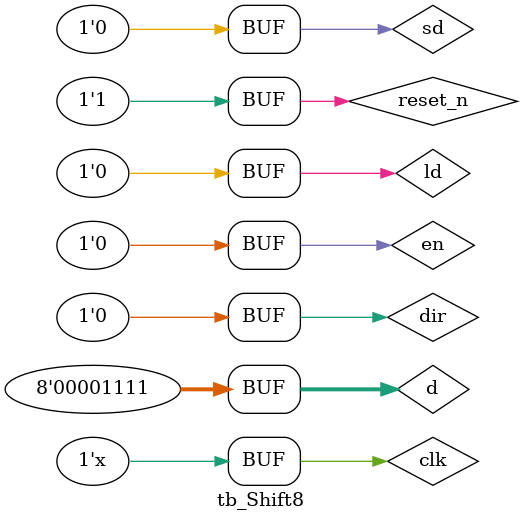
<source format=v>
`timescale 1ns/100ps
module tb_Shift8();
reg clk,reset_n,en,dir,ld,sd;
reg [7:0] d;//register 8bit d
wire [7:0] q;//register 8bit q
Shift8 test(clk,reset_n,en,dir,ld,sd,d,q);//??
initial
begin
clk=0;	reset_n=1;	dir=0;	ld=0;	d=8'b00001111; en=0; sd=0;//0ns~10ns
#10 reset_n=0;//10ns~20ns
#10 reset_n=1; ld=1;//20ns~30ns
#10 ld=0; sd=1; en=1;//30ns~40ns
#10 sd=0;//40ns~60ns
#20 dir=1; sd=1;//60ns~70ns
#10 sd=0;//70ns~80ns
#10 en=0;//80ns~90ns
#10 dir=0;//90ns~100ns
end
always
begin
#5 clk=!clk;//5ns?? ??
end
endmodule

</source>
